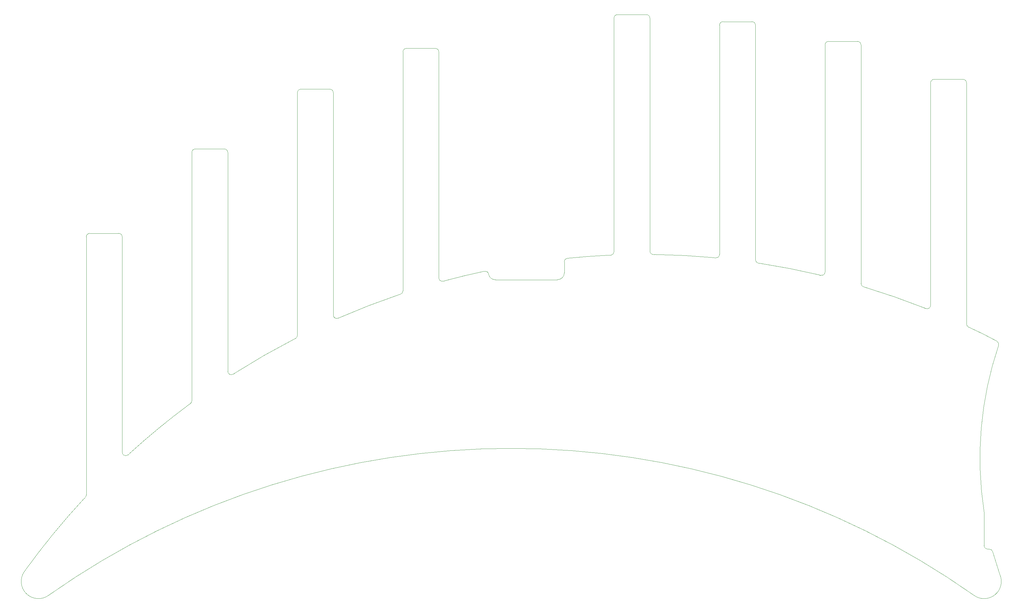
<source format=gbr>
%TF.GenerationSoftware,KiCad,Pcbnew,6.0.2-378541a8eb~116~ubuntu20.04.1*%
%TF.CreationDate,2022-02-19T20:17:05-08:00*%
%TF.ProjectId,menorah555_main,6d656e6f-7261-4683-9535-355f6d61696e,B*%
%TF.SameCoordinates,Original*%
%TF.FileFunction,Paste,Bot*%
%TF.FilePolarity,Positive*%
%FSLAX46Y46*%
G04 Gerber Fmt 4.6, Leading zero omitted, Abs format (unit mm)*
G04 Created by KiCad (PCBNEW 6.0.2-378541a8eb~116~ubuntu20.04.1) date 2022-02-19 20:17:05*
%MOMM*%
%LPD*%
G01*
G04 APERTURE LIST*
%TA.AperFunction,Profile*%
%ADD10C,0.050000*%
%TD*%
G04 APERTURE END LIST*
D10*
X136400000Y-80000000D02*
G75*
G03*
X135400000Y-81000000I-1J-999999D01*
G01*
X175600000Y-69400000D02*
X175600000Y-133660000D01*
X85600000Y-122000000D02*
X85600000Y-183260000D01*
X85600000Y-122000000D02*
G75*
G03*
X84600000Y-121000000I-999999J1D01*
G01*
X76400000Y-121000000D02*
X84600000Y-121000000D01*
X76400000Y-121000000D02*
G75*
G03*
X75400000Y-122000000I-1J-999999D01*
G01*
X75400000Y-195370000D02*
X75400000Y-122000000D01*
X136400000Y-80000000D02*
X144600000Y-80000000D01*
X166400000Y-68400000D02*
G75*
G03*
X165400000Y-69400000I-1J-999999D01*
G01*
X165400000Y-137370000D02*
X165400000Y-69400000D01*
X115600000Y-98000000D02*
G75*
G03*
X114600000Y-97000000I-999999J1D01*
G01*
X166400000Y-68400000D02*
X174600000Y-68400000D01*
X115600000Y-98000000D02*
X115600000Y-160230000D01*
X145600000Y-81000000D02*
X145600000Y-144230000D01*
X175600000Y-69400000D02*
G75*
G03*
X174600000Y-68400000I-999999J1D01*
G01*
X105400000Y-168610000D02*
X105400000Y-98000000D01*
X135400000Y-150010000D02*
X135400000Y-81000000D01*
X106400000Y-97000000D02*
X114600000Y-97000000D01*
X145600000Y-81000000D02*
G75*
G03*
X144600000Y-80000000I-999999J1D01*
G01*
X106400000Y-97000000D02*
G75*
G03*
X105400000Y-98000000I-1J-999999D01*
G01*
X256400000Y-60800000D02*
G75*
G03*
X255400000Y-61800000I-1J-999999D01*
G01*
X295600000Y-67400000D02*
G75*
G03*
X294600000Y-66400000I-999999J1D01*
G01*
X256400000Y-60800000D02*
X264600000Y-60800000D01*
X285400000Y-131970000D02*
X285400000Y-67400000D01*
X255400000Y-126990000D02*
X255400000Y-61800000D01*
X325600000Y-78200000D02*
G75*
G03*
X324600000Y-77200000I-999999J1D01*
G01*
X295600000Y-67400000D02*
X295600000Y-135260000D01*
X265600000Y-61800000D02*
X265600000Y-128500000D01*
X316400000Y-77200000D02*
X324600000Y-77200000D01*
X265600000Y-61800000D02*
G75*
G03*
X264600000Y-60800000I-999999J1D01*
G01*
X315400000Y-141470000D02*
X315400000Y-78200000D01*
X316400000Y-77200000D02*
G75*
G03*
X315400000Y-78200000I-1J-999999D01*
G01*
X286400000Y-66400000D02*
X294600000Y-66400000D01*
X225400000Y-126220000D02*
X225400000Y-59800000D01*
X226400000Y-58800000D02*
G75*
G03*
X225400000Y-59800000I-1J-999999D01*
G01*
X226400000Y-58800000D02*
X234600000Y-58800000D01*
X235600000Y-59800000D02*
G75*
G03*
X234600000Y-58800000I-999999J1D01*
G01*
X235600000Y-59800000D02*
X235600000Y-126030000D01*
X325600000Y-78200000D02*
X325600000Y-146760000D01*
X286400000Y-66400000D02*
G75*
G03*
X285400000Y-67400000I-1J-999999D01*
G01*
X57820001Y-217140001D02*
G75*
G03*
X64760000Y-223900000I3975144J-2861404D01*
G01*
X64760000Y-223900000D02*
X64850309Y-223837228D01*
X327511852Y-223813089D02*
X327603497Y-223876946D01*
X333030000Y-211510000D02*
G75*
G03*
X335030000Y-217906000I95667512J26404099D01*
G01*
X331600000Y-210800000D02*
X332087372Y-210808006D01*
X333030001Y-211510000D02*
G75*
G03*
X332087372Y-210808006I-942667J-281929D01*
G01*
X189763573Y-132674026D02*
G75*
G03*
X191700000Y-134200000I1847626J352968D01*
G01*
X209300000Y-134200000D02*
G75*
G03*
X211300000Y-132200000I1J1999999D01*
G01*
X211300000Y-132200000D02*
X211291664Y-129122633D01*
X74841689Y-196355905D02*
G75*
G03*
X57820000Y-217140000I159055385J-147624881D01*
G01*
X104929919Y-169458048D02*
G75*
G03*
X105400000Y-168610000I-529915J848046D01*
G01*
X145600000Y-144230000D02*
G75*
G03*
X147022618Y-145136308I1000000J0D01*
G01*
X175600001Y-133660000D02*
G75*
G03*
X176925568Y-134605519I999999J-1D01*
G01*
X235600000Y-126030000D02*
G75*
G03*
X236634899Y-127029391I999999J-1D01*
G01*
X265600001Y-128500000D02*
G75*
G03*
X266392088Y-129478148I999999J-1D01*
G01*
X295600000Y-135260000D02*
G75*
G03*
X296341181Y-136225926I1000000J0D01*
G01*
X325599999Y-146760000D02*
G75*
G03*
X326209269Y-147680505I1000000J0D01*
G01*
X134929919Y-150858048D02*
G75*
G03*
X135400000Y-150010000I-529915J848046D01*
G01*
X164658819Y-138335925D02*
G75*
G03*
X165400000Y-137370000I-258821J965927D01*
G01*
X224573648Y-127204809D02*
G75*
G03*
X225400000Y-126220000I-173649J984809D01*
G01*
X254312844Y-127986195D02*
G75*
G03*
X255400000Y-126990000I87155J996196D01*
G01*
X284141181Y-132935926D02*
G75*
G03*
X285400000Y-131970000I258818J965927D01*
G01*
X313977382Y-142376308D02*
G75*
G03*
X315400000Y-141470000I422618J906308D01*
G01*
X87600000Y-183700000D02*
X87294658Y-183979340D01*
X75069131Y-196113145D02*
X74841689Y-196355905D01*
X104841866Y-169519312D02*
X104929919Y-169458048D01*
X134801847Y-150922131D02*
G75*
G03*
X117400000Y-160900000I99088026J-192977653D01*
G01*
X134929919Y-150858048D02*
X134801847Y-150922131D01*
X117400000Y-160900000D02*
X117229320Y-161007146D01*
X164398003Y-138414929D02*
G75*
G03*
X147100000Y-145100000I69471878J-205484773D01*
G01*
X164658819Y-138335926D02*
X164398003Y-138414929D01*
X147100000Y-145100000D02*
X147022618Y-145136308D01*
X188487912Y-131807078D02*
G75*
G03*
X177300000Y-134500000I43093575J-203621836D01*
G01*
X177300000Y-134500000D02*
X176925568Y-134605519D01*
X224310641Y-127212249D02*
G75*
G03*
X212200000Y-128100000I9201387J-208574882D01*
G01*
X224310641Y-127212249D02*
X224573648Y-127204808D01*
X253945960Y-127939407D02*
G75*
G03*
X236940000Y-127030000I-20075998J-215961356D01*
G01*
X236634899Y-127029391D02*
X236940000Y-127030000D01*
X253945960Y-127939407D02*
X254312844Y-127986195D01*
X283817199Y-132845881D02*
G75*
G03*
X266730000Y-129520000I-49947117J-211053672D01*
G01*
X266392088Y-129478148D02*
X266730000Y-129520000D01*
X283817199Y-132845881D02*
X284141181Y-132935926D01*
X313693401Y-142252243D02*
G75*
G03*
X296540000Y-136280000I-79823297J-201647453D01*
G01*
X296341181Y-136225926D02*
X296540000Y-136280000D01*
X313693401Y-142252243D02*
X313977382Y-142376308D01*
X334280000Y-151700000D02*
G75*
G03*
X326209269Y-147680505I-54259472J-98835073D01*
G01*
X330600000Y-208000000D02*
X330600000Y-209800000D01*
X334710000Y-152940000D02*
G75*
G03*
X334280000Y-151700000I-978203J355341D01*
G01*
X85600000Y-183260000D02*
G75*
G03*
X87294658Y-183979340I1000000J0D01*
G01*
X75069131Y-196113145D02*
G75*
G03*
X75400000Y-195370000I-669140J743149D01*
G01*
X330600000Y-209800000D02*
G75*
G03*
X331600000Y-210800000I999999J-1D01*
G01*
X334710000Y-152940000D02*
G75*
G03*
X330600000Y-200200000I94502379J-32027182D01*
G01*
X212200000Y-128100000D02*
G75*
G03*
X211291664Y-129122633I65243J-972674D01*
G01*
X327511852Y-223813089D02*
G75*
G03*
X64850309Y-223837228I-131313662J-186189469D01*
G01*
X327603497Y-223876946D02*
G75*
G03*
X335030000Y-217906000I2996503J3876946D01*
G01*
X115600000Y-160230000D02*
G75*
G03*
X117229320Y-161007146I1000000J0D01*
G01*
X104841866Y-169519312D02*
G75*
G03*
X87600000Y-183700000I128968223J-174380802D01*
G01*
X191700000Y-134200000D02*
X209300000Y-134200000D01*
X189763573Y-132674026D02*
G75*
G03*
X188487912Y-131807078I-995660J-93051D01*
G01*
X330600000Y-208000000D02*
X330600000Y-200200000D01*
M02*

</source>
